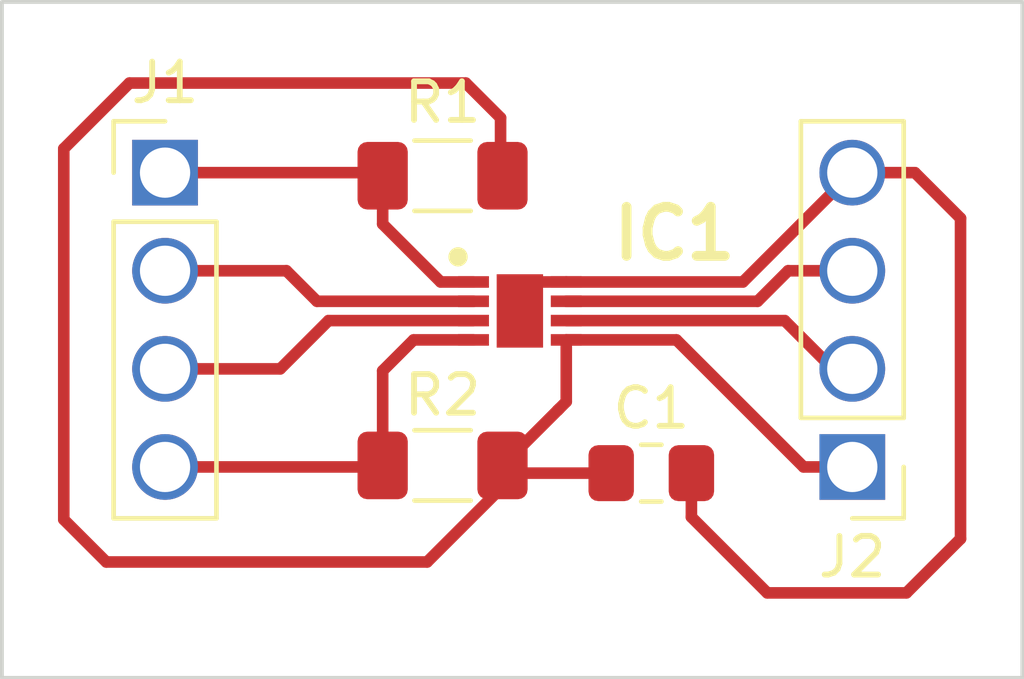
<source format=kicad_pcb>
(kicad_pcb (version 20211014) (generator pcbnew)
  (layers (0 "F.Cu" signal) (31 "B.Cu" signal) (36 "B.SilkS" user "B.Silkscreen") (37 "F.SilkS" user "F.Silkscreen") (39 "F.Mask" user) (44 "Edge.Cuts" user))
  (net 0 "")
  (net 1 "Net-(C1-Pad1)")
  (net 2 "GND")
  (net 3 "Net-(IC1-Pad1)")
  (net 4 "Net-(IC1-Pad4)")
  (net 5 "Net-(IC1-Pad2)")
  (net 6 "Net-(J1-Pad3)")
  (net 7 "Net-(J2-Pad2)")
  (net 8 "Net-(J2-Pad3)")
  (footprint "Connector_PinHeader_2.54mm:PinHeader_1x04_P2.54mm_Vertical" (layer "F.Cu") (at 101.6 66.04 180)
    (fp_text reference "J2" (at 0 -2.33) (layer "F.SilkS"))
    (fp_text value "Conn_01x04")
    (fp_line (start -1.33 8.95) (end 1.33 8.95) (layer "F.SilkS") (width 0.12))
    (fp_line (start -1.33 1.27) (end -1.33 8.95) (layer "F.SilkS") (width 0.12))
    (fp_line (start 1.33 1.27) (end 1.33 8.95) (layer "F.SilkS") (width 0.12))
    (fp_line (start -1.33 0) (end -1.33 -1.33) (layer "F.SilkS") (width 0.12))
    (fp_line (start -1.33 -1.33) (end 0 -1.33) (layer "F.SilkS") (width 0.12))
    (fp_line (start -1.33 1.27) (end 1.33 1.27) (layer "F.SilkS") (width 0.12))
    (pad "1" thru_hole rect (at 0 0 180) (size 1.7 1.7) (drill 1.3) (layers *.Cu *.Mask) (net 1 "Net-(C1-Pad1)"))
    (pad "2" thru_hole oval (at 0 2.54 180) (size 1.7 1.7) (drill 1.3) (layers *.Cu *.Mask) (net 7 "Net-(J2-Pad2)"))
    (pad "3" thru_hole oval (at 0 5.08 180) (size 1.7 1.7) (drill 1.3) (layers *.Cu *.Mask) (net 8 "Net-(J2-Pad3)"))
    (pad "4" thru_hole oval (at 0 7.62 180) (size 1.7 1.7) (drill 1.3) (layers *.Cu *.Mask) (net 2 "GND"))
  )
  (footprint "Resistor_SMD:R_1206_3216Metric_Pad1.30x1.75mm_HandSolder" (layer "F.Cu") (at 91 66)
    (fp_text reference "R2" (at 0 -1.82) (layer "F.SilkS"))
    (fp_text value "100k")
    (fp_line (start -0.727064 -0.91) (end 0.727064 -0.91) (layer "F.SilkS") (width 0.12))
    (fp_line (start -0.727064 0.91) (end 0.727064 0.91) (layer "F.SilkS") (width 0.12))
    (pad "1" smd roundrect (at -1.55 0) (size 1.3 1.75) (layers "F.Cu" "F.Paste" "F.Mask") (roundrect_rratio 0.1923076923) (net 4 "Net-(IC1-Pad4)"))
    (pad "2" smd roundrect (at 1.55 0) (size 1.3 1.75) (layers "F.Cu" "F.Paste" "F.Mask") (roundrect_rratio 0.1923076923) (net 1 "Net-(C1-Pad1)"))
  )
  (footprint "Connector_PinHeader_2.54mm:PinHeader_1x04_P2.54mm_Vertical" (layer "F.Cu") (at 83.82 58.42)
    (fp_text reference "J1" (at 0 -2.33) (layer "F.SilkS"))
    (fp_text value "Conn_01x04")
    (fp_line (start 1.33 1.27) (end 1.33 8.95) (layer "F.SilkS") (width 0.12))
    (fp_line (start -1.33 1.27) (end 1.33 1.27) (layer "F.SilkS") (width 0.12))
    (fp_line (start -1.33 8.95) (end 1.33 8.95) (layer "F.SilkS") (width 0.12))
    (fp_line (start -1.33 1.27) (end -1.33 8.95) (layer "F.SilkS") (width 0.12))
    (fp_line (start -1.33 -1.33) (end 0 -1.33) (layer "F.SilkS") (width 0.12))
    (fp_line (start -1.33 0) (end -1.33 -1.33) (layer "F.SilkS") (width 0.12))
    (pad "1" thru_hole rect (at 0 0) (size 1.7 1.7) (drill 1.3) (layers *.Cu *.Mask) (net 3 "Net-(IC1-Pad1)"))
    (pad "2" thru_hole oval (at 0 2.54) (size 1.7 1.7) (drill 1.3) (layers *.Cu *.Mask) (net 5 "Net-(IC1-Pad2)"))
    (pad "3" thru_hole oval (at 0 5.08) (size 1.7 1.7) (drill 1.3) (layers *.Cu *.Mask) (net 6 "Net-(J1-Pad3)"))
    (pad "4" thru_hole oval (at 0 7.62) (size 1.7 1.7) (drill 1.3) (layers *.Cu *.Mask) (net 4 "Net-(IC1-Pad4)"))
  )
  (footprint "Resistor_SMD:R_1206_3216Metric_Pad1.30x1.75mm_HandSolder" (layer "F.Cu") (at 91 58.5 180)
    (fp_text reference "R1" (at 0 1.9) (layer "F.SilkS"))
    (fp_text value "100k")
    (fp_line (start -0.727064 -0.91) (end 0.727064 -0.91) (layer "F.SilkS") (width 0.12))
    (fp_line (start -0.727064 0.91) (end 0.727064 0.91) (layer "F.SilkS") (width 0.12))
    (pad "1" smd roundrect (at -1.55 0 180) (size 1.3 1.75) (layers "F.Cu" "F.Paste" "F.Mask") (roundrect_rratio 0.1923076923) (net 1 "Net-(C1-Pad1)"))
    (pad "2" smd roundrect (at 1.55 0 180) (size 1.3 1.75) (layers "F.Cu" "F.Paste" "F.Mask") (roundrect_rratio 0.1923076923) (net 3 "Net-(IC1-Pad1)"))
  )
  (footprint "SHT30A-DIS-B2:SON50P250X250X100-9N-D" (layer "F.Cu") (at 93 62)
    (fp_text reference "IC1" (at 4 -2) (layer "F.SilkS") (effects (font (size 1.27 1.27) (thickness 0.254))))
    (fp_text value "SHT30A-DIS-B2.5KS" hide)
    (fp_circle (center -1.6 -1.4) (end -1.6 -1.275) (layer "F.SilkS") (width 0.25) (fill none))
    (pad "1" smd rect locked (at -1.2 -0.75 90) (size 0.3 0.8) (layers "F.Cu" "F.Paste" "F.Mask") (net 3 "Net-(IC1-Pad1)"))
    (pad "2" smd rect locked (at -1.2 -0.25 90) (size 0.3 0.8) (layers "F.Cu" "F.Paste" "F.Mask") (net 5 "Net-(IC1-Pad2)"))
    (pad "3" smd rect locked (at -1.2 0.25 90) (size 0.3 0.8) (layers "F.Cu" "F.Paste" "F.Mask") (net 6 "Net-(J1-Pad3)"))
    (pad "4" smd rect locked (at -1.2 0.75 90) (size 0.3 0.8) (layers "F.Cu" "F.Paste" "F.Mask") (net 4 "Net-(IC1-Pad4)"))
    (pad "5" smd rect locked (at 1.2 0.75 90) (size 0.3 0.8) (layers "F.Cu" "F.Paste" "F.Mask") (net 1 "Net-(C1-Pad1)"))
    (pad "6" smd rect locked (at 1.2 0.25 90) (size 0.3 0.8) (layers "F.Cu" "F.Paste" "F.Mask") (net 7 "Net-(J2-Pad2)"))
    (pad "7" smd rect locked (at 1.2 -0.25 90) (size 0.3 0.8) (layers "F.Cu" "F.Paste" "F.Mask") (net 8 "Net-(J2-Pad3)"))
    (pad "8" smd rect locked (at 1.2 -0.75 90) (size 0.3 0.8) (layers "F.Cu" "F.Paste" "F.Mask") (net 2 "GND"))
    (pad "9" smd rect locked (at 0 0) (size 1.2 1.9) (layers "F.Cu" "F.Paste" "F.Mask") (net 2 "GND"))
  )
  (footprint "Capacitor_SMD:C_0805_2012Metric_Pad1.18x1.45mm_HandSolder" (layer "F.Cu") (at 96.4 66.2)
    (fp_text reference "C1" (at 0 -1.68) (layer "F.SilkS"))
    (fp_text value "100n")
    (fp_line (start -0.261252 0.735) (end 0.261252 0.735) (layer "F.SilkS") (width 0.12))
    (fp_line (start -0.261252 -0.735) (end 0.261252 -0.735) (layer "F.SilkS") (width 0.12))
    (pad "1" smd roundrect (at -1.0375 0) (size 1.175 1.45) (layers "F.Cu" "F.Paste" "F.Mask") (roundrect_rratio 0.2127659574) (net 1 "Net-(C1-Pad1)"))
    (pad "2" smd roundrect (at 1.0375 0) (size 1.175 1.45) (layers "F.Cu" "F.Paste" "F.Mask") (roundrect_rratio 0.2127659574) (net 2 "GND"))
  )
  (gr_rect (start 79.6 54) (end 106 71.5) (layer "Edge.Cuts") (width 0.1) (fill none))
  (segment (start 93.975 64.575) (end 94.025 64.525) (width 0.3) (layer "F.Cu") (net 1))
  (segment (start 81.2 67.4) (end 82.3 68.5) (width 0.3) (layer "F.Cu") (net 1))
  (segment (start 81.2 57.8) (end 81.2 67.4) (width 0.3) (layer "F.Cu") (net 1))
  (segment (start 92.75 66.2) (end 92.55 66) (width 0.3) (layer "F.Cu") (net 1))
  (segment (start 101.6 66.04) (end 100.34 66.04) (width 0.3) (layer "F.Cu") (net 1))
  (segment (start 97.05 62.75) (end 94.2 62.75) (width 0.3) (layer "F.Cu") (net 1))
  (segment (start 94.2 64.35) (end 94.2 62.75) (width 0.3) (layer "F.Cu") (net 1))
  (segment (start 95.3625 66.2) (end 92.75 66.2) (width 0.3) (layer "F.Cu") (net 1))
  (segment (start 92.5 58.45) (end 92.5 57) (width 0.3) (layer "F.Cu") (net 1))
  (segment (start 93.975 64.575) (end 94.2 64.35) (width 0.3) (layer "F.Cu") (net 1))
  (segment (start 82.9 56.1) (end 81.2 57.8) (width 0.3) (layer "F.Cu") (net 1))
  (segment (start 92.55 66) (end 93.975 64.575) (width 0.3) (layer "F.Cu") (net 1))
  (segment (start 82.3 68.5) (end 90.6 68.5) (width 0.3) (layer "F.Cu") (net 1))
  (segment (start 90.6 68.5) (end 92.55 66.55) (width 0.3) (layer "F.Cu") (net 1))
  (segment (start 92.5 57) (end 91.6 56.1) (width 0.3) (layer "F.Cu") (net 1))
  (segment (start 92.55 66.55) (end 92.55 66) (width 0.3) (layer "F.Cu") (net 1))
  (segment (start 91.6 56.1) (end 82.9 56.1) (width 0.3) (layer "F.Cu") (net 1))
  (segment (start 100.34 66.04) (end 97.05 62.75) (width 0.3) (layer "F.Cu") (net 1))
  (segment (start 103 69.3) (end 104.4 67.9) (width 0.3) (layer "F.Cu") (net 2))
  (segment (start 97.4375 66.2) (end 97.4375 67.3375) (width 0.3) (layer "F.Cu") (net 2))
  (segment (start 93 61.7) (end 93.45 61.25) (width 0.3) (layer "F.Cu") (net 2))
  (segment (start 98.77 61.25) (end 101.6 58.42) (width 0.3) (layer "F.Cu") (net 2))
  (segment (start 94.2 61.25) (end 98.77 61.25) (width 0.3) (layer "F.Cu") (net 2))
  (segment (start 93 62) (end 93 61.7) (width 0.3) (layer "F.Cu") (net 2))
  (segment (start 99.4 69.3) (end 103 69.3) (width 0.3) (layer "F.Cu") (net 2))
  (segment (start 97.4375 67.3375) (end 99.4 69.3) (width 0.3) (layer "F.Cu") (net 2))
  (segment (start 103.22 58.42) (end 101.6 58.42) (width 0.3) (layer "F.Cu") (net 2))
  (segment (start 93.45 61.25) (end 94.2 61.25) (width 0.3) (layer "F.Cu") (net 2))
  (segment (start 104.4 67.9) (end 104.4 59.6) (width 0.3) (layer "F.Cu") (net 2))
  (segment (start 104.4 59.6) (end 103.22 58.42) (width 0.3) (layer "F.Cu") (net 2))
  (segment (start 89.37 58.42) (end 89.45 58.5) (width 0.3) (layer "F.Cu") (net 3))
  (segment (start 90.95 61.25) (end 89.45 59.75) (width 0.3) (layer "F.Cu") (net 3))
  (segment (start 89.45 59.75) (end 89.45 58.5) (width 0.3) (layer "F.Cu") (net 3))
  (segment (start 83.82 58.42) (end 89.37 58.42) (width 0.3) (layer "F.Cu") (net 3))
  (segment (start 91.8 61.25) (end 90.95 61.25) (width 0.3) (layer "F.Cu") (net 3))
  (segment (start 89.45 63.55) (end 89.45 66) (width 0.3) (layer "F.Cu") (net 4))
  (segment (start 89.41 66.04) (end 83.82 66.04) (width 0.3) (layer "F.Cu") (net 4))
  (segment (start 91.8 62.75) (end 90.25 62.75) (width 0.3) (layer "F.Cu") (net 4))
  (segment (start 90.25 62.75) (end 89.45 63.55) (width 0.3) (layer "F.Cu") (net 4))
  (segment (start 89.45 66) (end 89.41 66.04) (width 0.3) (layer "F.Cu") (net 4))
  (segment (start 86.96 60.96) (end 83.82 60.96) (width 0.3) (layer "F.Cu") (net 5))
  (segment (start 91.8 61.75) (end 87.75 61.75) (width 0.3) (layer "F.Cu") (net 5))
  (segment (start 87.75 61.75) (end 86.96 60.96) (width 0.3) (layer "F.Cu") (net 5))
  (segment (start 86.8 63.5) (end 88.05 62.25) (width 0.3) (layer "F.Cu") (net 6))
  (segment (start 91.8 62.25) (end 88.05 62.25) (width 0.3) (layer "F.Cu") (net 6))
  (segment (start 83.82 63.5) (end 86.8 63.5) (width 0.3) (layer "F.Cu") (net 6))
  (segment (start 99.85 62.25) (end 101.1 63.5) (width 0.3) (layer "F.Cu") (net 7))
  (segment (start 94.2 62.25) (end 99.85 62.25) (width 0.3) (layer "F.Cu") (net 7))
  (segment (start 101.1 63.5) (end 101.6 63.5) (width 0.3) (layer "F.Cu") (net 7))
  (segment (start 99.15 61.75) (end 94.2 61.75) (width 0.3) (layer "F.Cu") (net 8))
  (segment (start 99.94 60.96) (end 99.15 61.75) (width 0.3) (layer "F.Cu") (net 8))
  (segment (start 101.6 60.96) (end 99.94 60.96) (width 0.3) (layer "F.Cu") (net 8))
)
</source>
